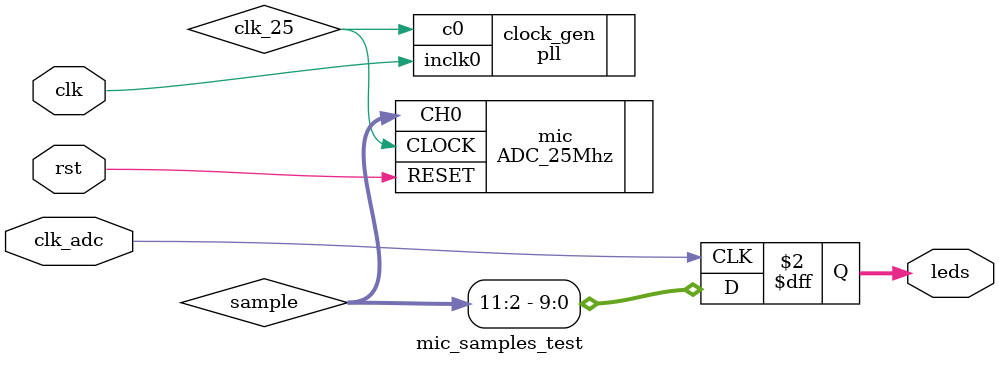
<source format=sv>
module mic_samples_test(clk, clk_adc, rst, leds);
	input clk, rst, clk_adc;
	output [9:0] leds;
	wire clk_25;
	
	wire [11:0] sample;
	
	pll clock_gen(.inclk0(clk), .c0(clk_25));
	
	ADC_25Mhz mic(.CLOCK(clk_25), .CH0(sample), .RESET(rst));
	
	always @(posedge clk_adc) begin
		leds <= sample[11:2];
	end
		
endmodule
</source>
